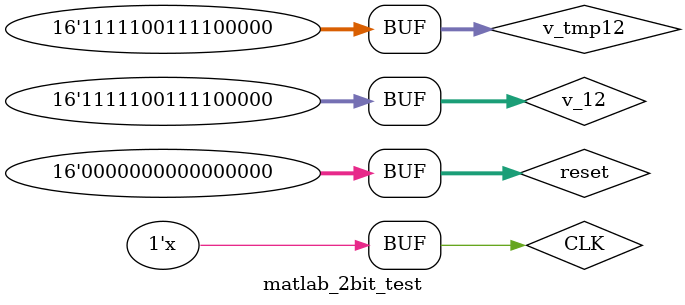
<source format=v>
`timescale 1ns / 1ps


module matlab_2bit_test;

	// Inputs
	reg [15:0] v_tmp12;
	reg [15:0] v_12;
	reg CLK;
	reg [15:0] reset;

	// Outputs
	wire [15:0] v_lsli;

	// Instantiate the Unit Under Test (UUT)
	matlab_2bit uut (
		.v_tmp12(v_tmp12), 
		.v_12(v_12), 
		.CLK(CLK), 
		.reset(reset), 
		.v_lsli(v_lsli)
	);

	initial begin
		// Initialize Inputs
		v_tmp12 = 16'b1000010101100000;
		v_12 = 16'b1000010101100000;
		CLK = 0;
		reset = 16'b1111111111111111;

		// Wait 100 ns for global reset to finish
		#10;
		reset = 16'b0000000000000000;
		#10;
      v_tmp12 = 16'b0110110101100000;
		v_12 = 16'b0110110101100000;
		#20;
      v_tmp12 = 16'b0010110110010000;
		v_12 = 16'b0010110110010000;
		#20;
      v_tmp12 = 16'b1111100100000000;
		v_12 = 16'b1111100100000000;
		#20;
      v_tmp12 = 16'b1111100111100000;
		v_12 = 16'b1111100111100000;
        
		// Add stimulus here

	end
always begin #10; CLK <= ~CLK; end      
endmodule


</source>
